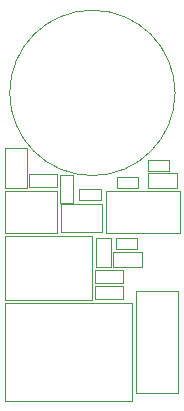
<source format=gbr>
G04 #@! TF.GenerationSoftware,KiCad,Pcbnew,8.0.1*
G04 #@! TF.CreationDate,2024-12-14T14:03:44-06:00*
G04 #@! TF.ProjectId,SD_ProtoBoard,53445f50-726f-4746-9f42-6f6172642e6b,rev?*
G04 #@! TF.SameCoordinates,Original*
G04 #@! TF.FileFunction,Other,User*
%FSLAX46Y46*%
G04 Gerber Fmt 4.6, Leading zero omitted, Abs format (unit mm)*
G04 Created by KiCad (PCBNEW 8.0.1) date 2024-12-14 14:03:44*
%MOMM*%
%LPD*%
G01*
G04 APERTURE LIST*
%ADD10C,0.050000*%
%ADD11C,0.100000*%
G04 APERTURE END LIST*
D10*
G04 #@! TO.C,IC3*
X132200000Y-101620000D02*
X136600000Y-101620000D01*
X132200000Y-105220000D02*
X132200000Y-101620000D01*
X136600000Y-101620000D02*
X136600000Y-105220000D01*
X136600000Y-105220000D02*
X132200000Y-105220000D01*
D11*
G04 #@! TO.C,X1*
X146620000Y-93350000D02*
G75*
G02*
X132620000Y-93350000I-7000000J0D01*
G01*
X132620000Y-93350000D02*
G75*
G02*
X146620000Y-93350000I7000000J0D01*
G01*
D10*
G04 #@! TO.C,IC2*
X140730000Y-101695000D02*
X147030000Y-101695000D01*
X140730000Y-105245000D02*
X140730000Y-101695000D01*
X147030000Y-101695000D02*
X147030000Y-105245000D01*
X147030000Y-105245000D02*
X140730000Y-105245000D01*
G04 #@! TO.C,R3*
X139855000Y-108380000D02*
X142205000Y-108380000D01*
X139855000Y-109480000D02*
X139855000Y-108380000D01*
X142205000Y-108380000D02*
X142205000Y-109480000D01*
X142205000Y-109480000D02*
X139855000Y-109480000D01*
G04 #@! TO.C,C4*
X144320000Y-99010000D02*
X146140000Y-99010000D01*
X144320000Y-99930000D02*
X144320000Y-99010000D01*
X146140000Y-99010000D02*
X146140000Y-99930000D01*
X146140000Y-99930000D02*
X144320000Y-99930000D01*
G04 #@! TO.C,C2*
X141610000Y-105610000D02*
X143430000Y-105610000D01*
X141610000Y-106530000D02*
X141610000Y-105610000D01*
X143430000Y-105610000D02*
X143430000Y-106530000D01*
X143430000Y-106530000D02*
X141610000Y-106530000D01*
G04 #@! TO.C,J3*
X132220000Y-111180000D02*
X142960000Y-111180000D01*
X142960000Y-119430000D01*
X132220000Y-119430000D01*
X132220000Y-111180000D01*
G04 #@! TO.C,J1*
X146880000Y-118740000D02*
X146880000Y-110090000D01*
X146880000Y-110090000D02*
X143280000Y-110090000D01*
X143280000Y-118740000D02*
X146880000Y-118740000D01*
X143280000Y-110090000D02*
X143280000Y-118740000D01*
G04 #@! TO.C,LED1*
X132195000Y-98035000D02*
X134045000Y-98035000D01*
X132195000Y-101385000D02*
X132195000Y-98035000D01*
X134045000Y-98035000D02*
X134045000Y-101385000D01*
X134045000Y-101385000D02*
X132195000Y-101385000D01*
G04 #@! TO.C,L1*
X136955000Y-102770000D02*
X140405000Y-102770000D01*
X136955000Y-105170000D02*
X136955000Y-102770000D01*
X140405000Y-102770000D02*
X140405000Y-105170000D01*
X140405000Y-105170000D02*
X136955000Y-105170000D01*
G04 #@! TO.C,C6*
X139940000Y-108075000D02*
X139940000Y-105625000D01*
X141180000Y-108075000D02*
X139940000Y-108075000D01*
X139940000Y-105625000D02*
X141180000Y-105625000D01*
X141180000Y-105625000D02*
X141180000Y-108075000D01*
G04 #@! TO.C,C5*
X141680000Y-100465000D02*
X143500000Y-100465000D01*
X141680000Y-101385000D02*
X141680000Y-100465000D01*
X143500000Y-100465000D02*
X143500000Y-101385000D01*
X143500000Y-101385000D02*
X141680000Y-101385000D01*
G04 #@! TO.C,C7*
X143805000Y-108100000D02*
X141355000Y-108100000D01*
X143805000Y-106860000D02*
X143805000Y-108100000D01*
X141355000Y-108100000D02*
X141355000Y-106860000D01*
X141355000Y-106860000D02*
X143805000Y-106860000D01*
G04 #@! TO.C,R1*
X139855000Y-109720000D02*
X142205000Y-109720000D01*
X139855000Y-110820000D02*
X139855000Y-109720000D01*
X142205000Y-109720000D02*
X142205000Y-110820000D01*
X142205000Y-110820000D02*
X139855000Y-110820000D01*
G04 #@! TO.C,R2*
X136585000Y-100240000D02*
X136585000Y-101340000D01*
X134235000Y-100240000D02*
X136585000Y-100240000D01*
X136585000Y-101340000D02*
X134235000Y-101340000D01*
X134235000Y-101340000D02*
X134235000Y-100240000D01*
G04 #@! TO.C,C1*
X138490000Y-101510000D02*
X140310000Y-101510000D01*
X138490000Y-102430000D02*
X138490000Y-101510000D01*
X140310000Y-101510000D02*
X140310000Y-102430000D01*
X140310000Y-102430000D02*
X138490000Y-102430000D01*
G04 #@! TO.C,C3*
X144305000Y-100150000D02*
X146755000Y-100150000D01*
X144305000Y-101390000D02*
X144305000Y-100150000D01*
X146755000Y-100150000D02*
X146755000Y-101390000D01*
X146755000Y-101390000D02*
X144305000Y-101390000D01*
G04 #@! TO.C,IC1*
X139620000Y-110905000D02*
X132220000Y-110905000D01*
X139620000Y-105505000D02*
X139620000Y-110905000D01*
X132220000Y-110905000D02*
X132220000Y-105505000D01*
X132220000Y-105505000D02*
X139620000Y-105505000D01*
G04 #@! TO.C,R4*
X136840000Y-102695000D02*
X136840000Y-100345000D01*
X137940000Y-102695000D02*
X136840000Y-102695000D01*
X136840000Y-100345000D02*
X137940000Y-100345000D01*
X137940000Y-100345000D02*
X137940000Y-102695000D01*
G04 #@! TD*
M02*

</source>
